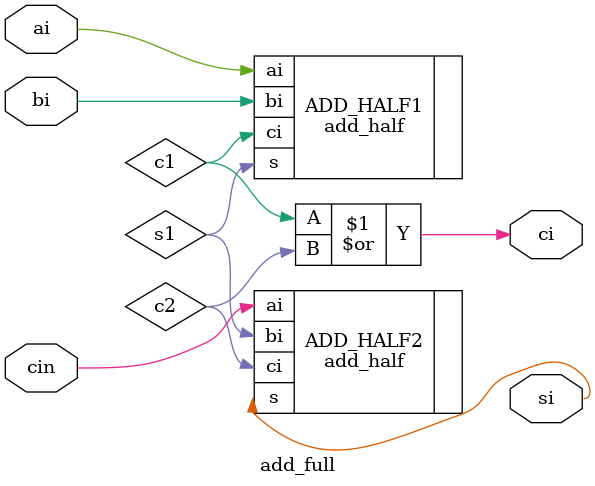
<source format=v>
`timescale 1ns / 1ps


module add_full(
    output si,
    output ci,
    input ai,
    input bi,
    input cin
    );
    wire s1;
    wire c1;
    wire c2;
    add_half ADD_HALF1(.s(s1),.ci(c1),.ai(ai),.bi(bi));
    add_half ADD_HALF2(.s(si),.ci(c2),.ai(cin),.bi(s1));
    or(ci,c1,c2);
endmodule

</source>
